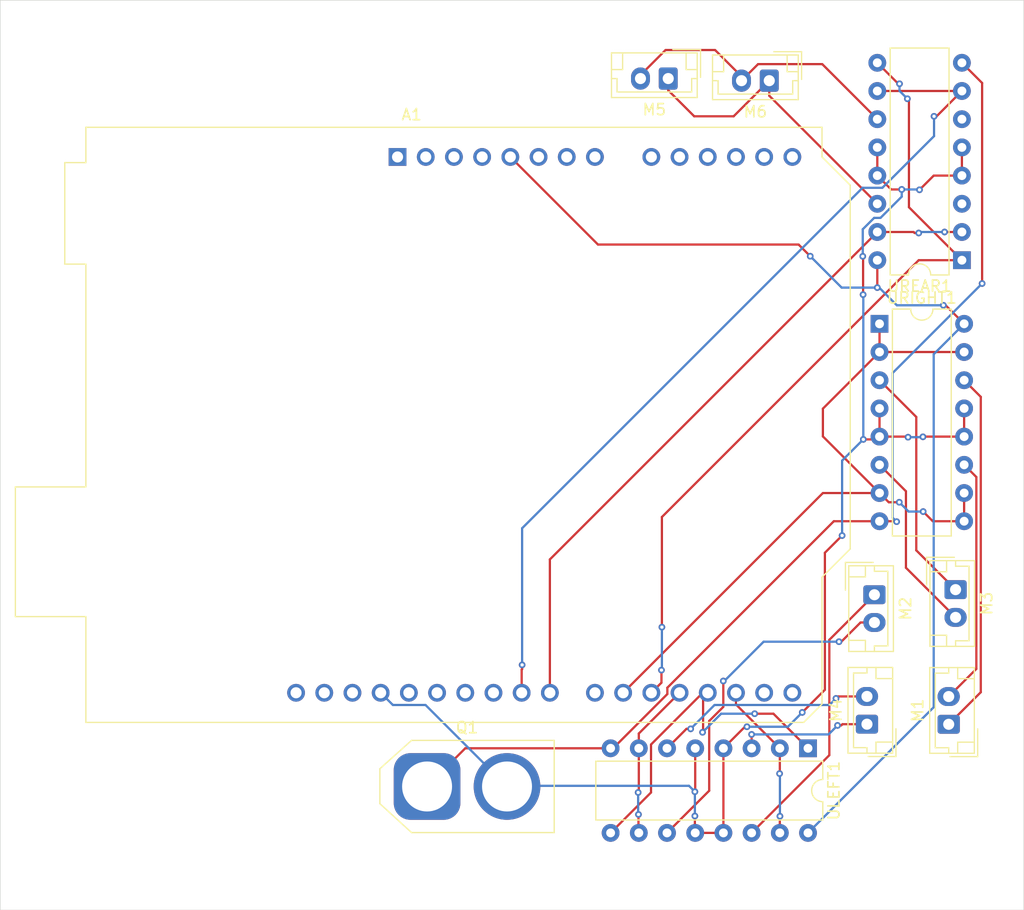
<source format=kicad_pcb>
(kicad_pcb (version 20240108) (generator "pcbnew") (generator_version "8.0")
  (layers (0 "F.Cu" signal) (31 "B.Cu" signal) (34 "B.Paste" user) (35 "F.Paste" user) (36 "B.SilkS" user "B.Silkscreen") (37 "F.SilkS" user "F.Silkscreen") (38 "B.Mask" user) (39 "F.Mask" user) (44 "Edge.Cuts" user))
  (net 0 "")
  (net 5 "D2")
  (net 7 "D8")
  (net 9 "D3")
  (net 10 "D9")
  (net 14 "D4")
  (net 15 "D11")
  (net 16 "D6")
  (net 17 "D12")
  (net 24 "5V")
  (net 26 "D5")
  (net 27 "GND")
  (net 33 "3Y")
  (net 34 "4Y")
  (net 35 "4YL")
  (net 36 "3YL")
  (net 37 "1Y")
  (net 38 "2Y")
  (net 39 "1YL")
  (net 40 "2YL")
  (net 41 "3YR")
  (net 42 "4YR")
  (net 43 "Battery")
  (footprint "Connector_JST:JST_EH_B2B-EH-A_1x02_P2.50mm_Vertical" (layer "F.Cu") (at 177.26 111.88 90)
    (property "Reference" "M1" (at 1.25 -2.8 270) (layer "F.SilkS"))
    (property "Value" "Motor_DC")
    (fp_line (start 5.11 -1.71) (end -2.61 -1.71) (stroke (width 0.12)) (layer "F.SilkS"))
    (fp_line (start -2.61 -1.71) (end -2.61 2.31) (stroke (width 0.12)) (layer "F.SilkS"))
    (fp_line (start 4.61 -1.21) (end 4.61 0) (stroke (width 0.12)) (layer "F.SilkS"))
    (fp_line (start -2.11 -1.21) (end 4.61 -1.21) (stroke (width 0.12)) (layer "F.SilkS"))
    (fp_line (start 4.61 0) (end 5.11 0) (stroke (width 0.12)) (layer "F.SilkS"))
    (fp_line (start -2.11 0) (end -2.11 -1.21) (stroke (width 0.12)) (layer "F.SilkS"))
    (fp_line (start -2.61 0) (end -2.11 0) (stroke (width 0.12)) (layer "F.SilkS"))
    (fp_line (start -2.91 0.11) (end -2.91 2.61) (stroke (width 0.12)) (layer "F.SilkS"))
    (fp_line (start 5.11 0.81) (end 4.11 0.81) (stroke (width 0.12)) (layer "F.SilkS"))
    (fp_line (start 4.11 0.81) (end 4.11 2.31) (stroke (width 0.12)) (layer "F.SilkS"))
    (fp_line (start -1.61 0.81) (end -1.61 2.31) (stroke (width 0.12)) (layer "F.SilkS"))
    (fp_line (start -2.61 0.81) (end -1.61 0.81) (stroke (width 0.12)) (layer "F.SilkS"))
    (fp_line (start 5.11 2.31) (end 5.11 -1.71) (stroke (width 0.12)) (layer "F.SilkS"))
    (fp_line (start -2.61 2.31) (end 5.11 2.31) (stroke (width 0.12)) (layer "F.SilkS"))
    (fp_line (start -2.91 2.61) (end -0.41 2.61) (stroke (width 0.12)) (layer "F.SilkS"))
    (pad "1" thru_hole roundrect (at 0 0 90) (size 1.7 2) (drill 1) (layers "*.Cu" "*.Mask") (roundrect_rratio 0.147059) (net 34 "4Y"))
    (pad "2" thru_hole oval (at 2.5 0 90) (size 1.7 2) (drill 1) (layers "*.Cu" "*.Mask") (net 33 "3Y"))
  )
  (footprint "Connector_JST:JST_EH_B2B-EH-A_1x02_P2.50mm_Vertical" (layer "F.Cu") (at 177.88 99.75 -90)
    (property "Reference" "M3" (at 1.25 -2.8 90) (layer "F.SilkS"))
    (property "Value" "Motor_DC")
    (fp_line (start -2.91 2.61) (end -0.41 2.61) (stroke (width 0.12)) (layer "F.SilkS"))
    (fp_line (start -2.61 2.31) (end 5.11 2.31) (stroke (width 0.12)) (layer "F.SilkS"))
    (fp_line (start 5.11 2.31) (end 5.11 -1.71) (stroke (width 0.12)) (layer "F.SilkS"))
    (fp_line (start -2.61 0.81) (end -1.61 0.81) (stroke (width 0.12)) (layer "F.SilkS"))
    (fp_line (start -1.61 0.81) (end -1.61 2.31) (stroke (width 0.12)) (layer "F.SilkS"))
    (fp_line (start 4.11 0.81) (end 4.11 2.31) (stroke (width 0.12)) (layer "F.SilkS"))
    (fp_line (start 5.11 0.81) (end 4.11 0.81) (stroke (width 0.12)) (layer "F.SilkS"))
    (fp_line (start -2.91 0.11) (end -2.91 2.61) (stroke (width 0.12)) (layer "F.SilkS"))
    (fp_line (start -2.61 0) (end -2.11 0) (stroke (width 0.12)) (layer "F.SilkS"))
    (fp_line (start -2.11 0) (end -2.11 -1.21) (stroke (width 0.12)) (layer "F.SilkS"))
    (fp_line (start 4.61 0) (end 5.11 0) (stroke (width 0.12)) (layer "F.SilkS"))
    (fp_line (start -2.11 -1.21) (end 4.61 -1.21) (stroke (width 0.12)) (layer "F.SilkS"))
    (fp_line (start 4.61 -1.21) (end 4.61 0) (stroke (width 0.12)) (layer "F.SilkS"))
    (fp_line (start -2.61 -1.71) (end -2.61 2.31) (stroke (width 0.12)) (layer "F.SilkS"))
    (fp_line (start 5.11 -1.71) (end -2.61 -1.71) (stroke (width 0.12)) (layer "F.SilkS"))
    (pad "1" thru_hole roundrect (at 0 0 270) (size 1.7 2) (drill 1) (layers "*.Cu" "*.Mask") (roundrect_rratio 0.147059) (net 37 "1Y"))
    (pad "2" thru_hole oval (at 2.5 0 270) (size 1.7 2) (drill 1) (layers "*.Cu" "*.Mask") (net 38 "2Y"))
  )
  (footprint "Package_DIP:DIP-16_W7.62mm" (layer "F.Cu") (at 164.59 114.04 -90)
    (property "Reference" "ULEFT1" (at 3.81 -2.33 90) (layer "F.SilkS"))
    (property "Value" "L293D")
    (fp_line (start 1.16 19.11) (end 6.46 19.11) (stroke (width 0.12)) (layer "F.SilkS"))
    (fp_line (start 6.46 19.11) (end 6.46 -1.33) (stroke (width 0.12)) (layer "F.SilkS"))
    (fp_line (start 1.16 -1.33) (end 1.16 19.11) (stroke (width 0.12)) (layer "F.SilkS"))
    (fp_line (start 2.81 -1.33) (end 1.16 -1.33) (stroke (width 0.12)) (layer "F.SilkS"))
    (fp_line (start 6.46 -1.33) (end 4.81 -1.33) (stroke (width 0.12)) (layer "F.SilkS"))
    (fp_arc (start 4.81 -1.33) (mid 3.81 -0.33) (end 2.81 -1.33) (stroke (width 0.12)) (layer "F.SilkS"))
    (pad "1" thru_hole rect (at 0 0 270) (size 1.6 1.6) (drill 0.8) (layers "*.Cu" "*.Mask") (net 9 "D3"))
    (pad "2" thru_hole oval (at 0 2.54 270) (size 1.6 1.6) (drill 0.8) (layers "*.Cu" "*.Mask") (net 5 "D2"))
    (pad "3" thru_hole oval (at 0 5.08 270) (size 1.6 1.6) (drill 0.8) (layers "*.Cu" "*.Mask") (net 39 "1YL"))
    (pad "4" thru_hole oval (at 0 7.62 270) (size 1.6 1.6) (drill 0.8) (layers "*.Cu" "*.Mask") (net 27 "GND"))
    (pad "5" thru_hole oval (at 0 10.16 270) (size 1.6 1.6) (drill 0.8) (layers "*.Cu" "*.Mask") (net 27 "GND"))
    (pad "6" thru_hole oval (at 0 12.7 270) (size 1.6 1.6) (drill 0.8) (layers "*.Cu" "*.Mask") (net 40 "2YL"))
    (pad "7" thru_hole oval (at 0 15.24 270) (size 1.6 1.6) (drill 0.8) (layers "*.Cu" "*.Mask") (net 14 "D4"))
    (pad "8" thru_hole oval (at 0 17.78 270) (size 1.6 1.6) (drill 0.8) (layers "*.Cu" "*.Mask") (net 43 "Battery"))
    (pad "9" thru_hole oval (at 7.62 17.78 270) (size 1.6 1.6) (drill 0.8) (layers "*.Cu" "*.Mask") (net 9 "D3"))
    (pad "10" thru_hole oval (at 7.62 15.24 270) (size 1.6 1.6) (drill 0.8) (layers "*.Cu" "*.Mask") (net 14 "D4"))
    (pad "11" thru_hole oval (at 7.62 12.7 270) (size 1.6 1.6) (drill 0.8) (layers "*.Cu" "*.Mask") (net 36 "3YL"))
    (pad "12" thru_hole oval (at 7.62 10.16 270) (size 1.6 1.6) (drill 0.8) (layers "*.Cu" "*.Mask") (net 27 "GND"))
    (pad "13" thru_hole oval (at 7.62 7.62 270) (size 1.6 1.6) (drill 0.8) (layers "*.Cu" "*.Mask") (net 27 "GND"))
    (pad "14" thru_hole oval (at 7.62 5.08 270) (size 1.6 1.6) (drill 0.8) (layers "*.Cu" "*.Mask") (net 35 "4YL"))
    (pad "15" thru_hole oval (at 7.62 2.54 270) (size 1.6 1.6) (drill 0.8) (layers "*.Cu" "*.Mask") (net 5 "D2"))
    (pad "16" thru_hole oval (at 7.62 0 270) (size 1.6 1.6) (drill 0.8) (layers "*.Cu" "*.Mask") (net 24 "5V"))
  )
  (footprint "Connector_JST:JST_EH_B2B-EH-A_1x02_P2.50mm_Vertical" (layer "F.Cu") (at 169.9 111.87 90)
    (property "Reference" "M4" (at 1.25 -2.8 270) (layer "F.SilkS"))
    (property "Value" "Motor_DC")
    (fp_line (start 5.11 -1.71) (end -2.61 -1.71) (stroke (width 0.12)) (layer "F.SilkS"))
    (fp_line (start -2.61 -1.71) (end -2.61 2.31) (stroke (width 0.12)) (layer "F.SilkS"))
    (fp_line (start 4.61 -1.21) (end 4.61 0) (stroke (width 0.12)) (layer "F.SilkS"))
    (fp_line (start -2.11 -1.21) (end 4.61 -1.21) (stroke (width 0.12)) (layer "F.SilkS"))
    (fp_line (start 4.61 0) (end 5.11 0) (stroke (width 0.12)) (layer "F.SilkS"))
    (fp_line (start -2.11 0) (end -2.11 -1.21) (stroke (width 0.12)) (layer "F.SilkS"))
    (fp_line (start -2.61 0) (end -2.11 0) (stroke (width 0.12)) (layer "F.SilkS"))
    (fp_line (start -2.91 0.11) (end -2.91 2.61) (stroke (width 0.12)) (layer "F.SilkS"))
    (fp_line (start 5.11 0.81) (end 4.11 0.81) (stroke (width 0.12)) (layer "F.SilkS"))
    (fp_line (start 4.11 0.81) (end 4.11 2.31) (stroke (width 0.12)) (layer "F.SilkS"))
    (fp_line (start -1.61 0.81) (end -1.61 2.31) (stroke (width 0.12)) (layer "F.SilkS"))
    (fp_line (start -2.61 0.81) (end -1.61 0.81) (stroke (width 0.12)) (layer "F.SilkS"))
    (fp_line (start 5.11 2.31) (end 5.11 -1.71) (stroke (width 0.12)) (layer "F.SilkS"))
    (fp_line (start -2.61 2.31) (end 5.11 2.31) (stroke (width 0.12)) (layer "F.SilkS"))
    (fp_line (start -2.91 2.61) (end -0.41 2.61) (stroke (width 0.12)) (layer "F.SilkS"))
    (pad "1" thru_hole roundrect (at 0 0 90) (size 1.7 2) (drill 1) (layers "*.Cu" "*.Mask") (roundrect_rratio 0.147059) (net 39 "1YL"))
    (pad "2" thru_hole oval (at 2.5 0 90) (size 1.7 2) (drill 1) (layers "*.Cu" "*.Mask") (net 40 "2YL"))
  )
  (footprint "Connector_JST:JST_EH_B2B-EH-A_1x02_P2.50mm_Vertical" (layer "F.Cu") (at 161.1 53.91 180)
    (property "Reference" "M6" (at 1.25 -2.8 180) (layer "F.SilkS"))
    (property "Value" "Motor_DC")
    (fp_line (start 5.11 2.31) (end 5.11 -1.71) (stroke (width 0.12)) (layer "F.SilkS"))
    (fp_line (start 5.11 0.81) (end 4.11 0.81) (stroke (width 0.12)) (layer "F.SilkS"))
    (fp_line (start 5.11 -1.71) (end -2.61 -1.71) (stroke (width 0.12)) (layer "F.SilkS"))
    (fp_line (start 4.61 0) (end 5.11 0) (stroke (width 0.12)) (layer "F.SilkS"))
    (fp_line (start 4.61 -1.21) (end 4.61 0) (stroke (width 0.12)) (layer "F.SilkS"))
    (fp_line (start 4.11 0.81) (end 4.11 2.31) (stroke (width 0.12)) (layer "F.SilkS"))
    (fp_line (start -1.61 0.81) (end -1.61 2.31) (stroke (width 0.12)) (layer "F.SilkS"))
    (fp_line (start -2.11 0) (end -2.11 -1.21) (stroke (width 0.12)) (layer "F.SilkS"))
    (fp_line (start -2.11 -1.21) (end 4.61 -1.21) (stroke (width 0.12)) (layer "F.SilkS"))
    (fp_line (start -2.61 2.31) (end 5.11 2.31) (stroke (width 0.12)) (layer "F.SilkS"))
    (fp_line (start -2.61 0.81) (end -1.61 0.81) (stroke (width 0.12)) (layer "F.SilkS"))
    (fp_line (start -2.61 0) (end -2.11 0) (stroke (width 0.12)) (layer "F.SilkS"))
    (fp_line (start -2.61 -1.71) (end -2.61 2.31) (stroke (width 0.12)) (layer "F.SilkS"))
    (fp_line (start -2.91 2.61) (end -0.41 2.61) (stroke (width 0.12)) (layer "F.SilkS"))
    (fp_line (start -2.91 0.11) (end -2.91 2.61) (stroke (width 0.12)) (layer "F.SilkS"))
    (pad "1" thru_hole roundrect (at 0 0 180) (size 1.7 2) (drill 1) (layers "*.Cu" "*.Mask") (roundrect_rratio 0.147059) (net 42 "4YR"))
    (pad "2" thru_hole oval (at 2.5 0 180) (size 1.7 2) (drill 1) (layers "*.Cu" "*.Mask") (net 41 "3YR"))
  )
  (footprint "Module:Arduino_UNO_R3" (layer "F.Cu") (at 127.62 60.78)
    (property "Reference" "A1" (at 1.27 -3.81 180) (layer "F.SilkS"))
    (property "Value" "Arduino_UNO_R3")
    (fp_line (start -34.42 29.72) (end -34.42 41.4) (stroke (width 0.12)) (layer "F.SilkS"))
    (fp_line (start -34.42 41.4) (end -28.07 41.4) (stroke (width 0.12)) (layer "F.SilkS"))
    (fp_line (start -29.97 0.51) (end -29.97 9.65) (stroke (width 0.12)) (layer "F.SilkS"))
    (fp_line (start -29.97 9.65) (end -28.07 9.65) (stroke (width 0.12)) (layer "F.SilkS"))
    (fp_line (start -28.07 -2.67) (end -28.07 0.51) (stroke (width 0.12)) (layer "F.SilkS"))
    (fp_line (start -28.07 0.51) (end -29.97 0.51) (stroke (width 0.12)) (layer "F.SilkS"))
    (fp_line (start -28.07 9.65) (end -28.07 29.72) (stroke (width 0.12)) (layer "F.SilkS"))
    (fp_line (start -28.07 29.72) (end -34.42 29.72) (stroke (width 0.12)) (layer "F.SilkS"))
    (fp_line (start -28.07 41.4) (end -28.07 50.93) (stroke (width 0.12)) (layer "F.SilkS"))
    (fp_line (start -28.07 50.93) (end 36.58 50.93) (stroke (width 0.12)) (layer "F.SilkS"))
    (fp_line (start 36.58 50.93) (end 38.23 49.28) (stroke (width 0.12)) (layer "F.SilkS"))
    (fp_line (start 38.23 -2.67) (end -28.07 -2.67) (stroke (width 0.12)) (layer "F.SilkS"))
    (fp_line (start 38.23 0) (end 38.23 -2.67) (stroke (width 0.12)) (layer "F.SilkS"))
    (fp_line (start 38.23 37.85) (end 40.77 35.31) (stroke (width 0.12)) (layer "F.SilkS"))
    (fp_line (start 38.23 49.28) (end 38.23 37.85) (stroke (width 0.12)) (layer "F.SilkS"))
    (fp_line (start 40.77 2.54) (end 38.23 0) (stroke (width 0.12)) (layer "F.SilkS"))
    (fp_line (start 40.77 35.31) (end 40.77 2.54) (stroke (width 0.12)) (layer "F.SilkS"))
    (pad "1" thru_hole rect (at 0 0 90) (size 1.6 1.6) (drill 1) (layers "*.Cu" "*.Mask"))
    (pad "2" thru_hole oval (at 2.54 0 90) (size 1.6 1.6) (drill 1) (layers "*.Cu" "*.Mask"))
    (pad "3" thru_hole oval (at 5.08 0 90) (size 1.6 1.6) (drill 1) (layers "*.Cu" "*.Mask"))
    (pad "4" thru_hole oval (at 7.62 0 90) (size 1.6 1.6) (drill 1) (layers "*.Cu" "*.Mask"))
    (pad "5" thru_hole oval (at 10.16 0 90) (size 1.6 1.6) (drill 1) (layers "*.Cu" "*.Mask") (net 24 "5V"))
    (pad "6" thru_hole oval (at 12.7 0 90) (size 1.6 1.6) (drill 1) (layers "*.Cu" "*.Mask"))
    (pad "7" thru_hole oval (at 15.24 0 90) (size 1.6 1.6) (drill 1) (layers "*.Cu" "*.Mask"))
    (pad "8" thru_hole oval (at 17.78 0 90) (size 1.6 1.6) (drill 1) (layers "*.Cu" "*.Mask"))
    (pad "9" thru_hole oval (at 22.86 0 90) (size 1.6 1.6) (drill 1) (layers "*.Cu" "*.Mask"))
    (pad "10" thru_hole oval (at 25.4 0 90) (size 1.6 1.6) (drill 1) (layers "*.Cu" "*.Mask"))
    (pad "11" thru_hole oval (at 27.94 0 90) (size 1.6 1.6) (drill 1) (layers "*.Cu" "*.Mask"))
    (pad "12" thru_hole oval (at 30.48 0 90) (size 1.6 1.6) (drill 1) (layers "*.Cu" "*.Mask"))
    (pad "13" thru_hole oval (at 33.02 0 90) (size 1.6 1.6) (drill 1) (layers "*.Cu" "*.Mask"))
    (pad "14" thru_hole oval (at 35.56 0 90) (size 1.6 1.6) (drill 1) (layers "*.Cu" "*.Mask"))
    (pad "15" thru_hole oval (at 35.56 48.26 90) (size 1.6 1.6) (drill 1) (layers "*.Cu" "*.Mask"))
    (pad "16" thru_hole oval (at 33.02 48.26 90) (size 1.6 1.6) (drill 1) (layers "*.Cu" "*.Mask"))
    (pad "17" thru_hole oval (at 30.48 48.26 90) (size 1.6 1.6) (drill 1) (layers "*.Cu" "*.Mask") (net 5 "D2"))
    (pad "18" thru_hole oval (at 27.94 48.26 90) (size 1.6 1.6) (drill 1) (layers "*.Cu" "*.Mask") (net 9 "D3"))
    (pad "19" thru_hole oval (at 25.4 48.26 90) (size 1.6 1.6) (drill 1) (layers "*.Cu" "*.Mask") (net 14 "D4"))
    (pad "20" thru_hole oval (at 22.86 48.26 90) (size 1.6 1.6) (drill 1) (layers "*.Cu" "*.Mask") (net 26 "D5"))
    (pad "21" thru_hole oval (at 20.32 48.26 90) (size 1.6 1.6) (drill 1) (layers "*.Cu" "*.Mask") (net 16 "D6"))
    (pad "22" thru_hole oval (at 17.78 48.26 90) (size 1.6 1.6) (drill 1) (layers "*.Cu" "*.Mask"))
    (pad "23" thru_hole oval (at 13.72 48.26 90) (size 1.6 1.6) (drill 1) (layers "*.Cu" "*.Mask") (net 7 "D8"))
    (pad "24" thru_hole oval (at 11.18 48.26 90) (size 1.6 1.6) (drill 1) (layers "*.Cu" "*.Mask") (net 10 "D9"))
    (pad "25" thru_hole oval (at 8.64 48.26 90) (size 1.6 1.6) (drill 1) (layers "*.Cu" "*.Mask"))
    (pad "26" thru_hole oval (at 6.1 48.26 90) (size 1.6 1.6) (drill 1) (layers "*.Cu" "*.Mask") (net 15 "D11"))
    (pad "27" thru_hole oval (at 3.56 48.26 90) (size 1.6 1.6) (drill 1) (layers "*.Cu" "*.Mask") (net 17 "D12"))
    (pad "28" thru_hole oval (at 1.02 48.26 90) (size 1.6 1.6) (drill 1) (layers "*.Cu" "*.Mask"))
    (pad "29" thru_hole oval (at -1.52 48.26 90) (size 1.6 1.6) (drill 1) (layers "*.Cu" "*.Mask") (net 27 "GND"))
    (pad "30" thru_hole oval (at -4.06 48.26 90) (size 1.6 1.6) (drill 1) (layers "*.Cu" "*.Mask"))
    (pad "31" thru_hole oval (at -6.6 48.26 90) (size 1.6 1.6) (drill 1) (layers "*.Cu" "*.Mask"))
    (pad "32" thru_hole oval (at -9.14 48.26 90) (size 1.6 1.6) (drill 1) (layers "*.Cu" "*.Mask"))
  )
  (footprint "Connector_AMASS:AMASS_XT60-M_1x02_P7.20mm_Vertical" (layer "F.Cu") (at 130.28 117.48)
    (property "Reference" "Q1" (at 3.6 -5.3 180) (layer "F.SilkS"))
    (property "Value" "XT60_YELLOW")
    (fp_line (start -4.25 -1.6) (end -4.25 1.55) (stroke (width 0.12)) (layer "F.SilkS"))
    (fp_line (start -4.25 1.55) (end -1.4 4.15) (stroke (width 0.12)) (layer "F.SilkS"))
    (fp_line (start -1.4 -4.15) (end -4.25 -1.6) (stroke (width 0.12)) (layer "F.SilkS"))
    (fp_line (start -1.4 4.15) (end 11.45 4.15) (stroke (width 0.12)) (layer "F.SilkS"))
    (fp_line (start 11.45 -4.15) (end -1.4 -4.15) (stroke (width 0.12)) (layer "F.SilkS"))
    (fp_line (start 11.45 4.15) (end 11.45 -4.15) (stroke (width 0.12)) (layer "F.SilkS"))
    (pad "1" thru_hole roundrect (at 0 0) (size 6 6) (drill 4.5) (layers "*.Cu" "*.Mask") (net 43 "Battery"))
    (pad "2" thru_hole circle (at 7.2 0) (size 6 6) (drill 4.5) (layers "*.Cu" "*.Mask") (net 27 "GND"))
  )
  (footprint "Connector_JST:JST_EH_B2B-EH-A_1x02_P2.50mm_Vertical" (layer "F.Cu") (at 152 53.72 180)
    (property "Reference" "M5" (at 1.25 -2.8 180) (layer "F.SilkS"))
    (property "Value" "Motor_DC")
    (fp_line (start 5.11 2.31) (end 5.11 -1.71) (stroke (width 0.12)) (layer "F.SilkS"))
    (fp_line (start 5.11 0.81) (end 4.11 0.81) (stroke (width 0.12)) (layer "F.SilkS"))
    (fp_line (start 5.11 -1.71) (end -2.61 -1.71) (stroke (width 0.12)) (layer "F.SilkS"))
    (fp_line (start 4.61 0) (end 5.11 0) (stroke (width 0.12)) (layer "F.SilkS"))
    (fp_line (start 4.61 -1.21) (end 4.61 0) (stroke (width 0.12)) (layer "F.SilkS"))
    (fp_line (start 4.11 0.81) (end 4.11 2.31) (stroke (width 0.12)) (layer "F.SilkS"))
    (fp_line (start -1.61 0.81) (end -1.61 2.31) (stroke (width 0.12)) (layer "F.SilkS"))
    (fp_line (start -2.11 0) (end -2.11 -1.21) (stroke (width 0.12)) (layer "F.SilkS"))
    (fp_line (start -2.11 -1.21) (end 4.61 -1.21) (stroke (width 0.12)) (layer "F.SilkS"))
    (fp_line (start -2.61 2.31) (end 5.11 2.31) (stroke (width 0.12)) (layer "F.SilkS"))
    (fp_line (start -2.61 0.81) (end -1.61 0.81) (stroke (width 0.12)) (layer "F.SilkS"))
    (fp_line (start -2.61 0) (end -2.11 0) (stroke (width 0.12)) (layer "F.SilkS"))
    (fp_line (start -2.61 -1.71) (end -2.61 2.31) (stroke (width 0.12)) (layer "F.SilkS"))
    (fp_line (start -2.91 2.61) (end -0.41 2.61) (stroke (width 0.12)) (layer "F.SilkS"))
    (fp_line (start -2.91 0.11) (end -2.91 2.61) (stroke (width 0.12)) (layer "F.SilkS"))
    (pad "1" thru_hole roundrect (at 0 0 180) (size 1.7 2) (drill 1) (layers "*.Cu" "*.Mask") (roundrect_rratio 0.147059) (net 42 "4YR"))
    (pad "2" thru_hole oval (at 2.5 0 180) (size 1.7 2) (drill 1) (layers "*.Cu" "*.Mask") (net 41 "3YR"))
  )
  (footprint "Package_DIP:DIP-16_W7.62mm" (layer "F.Cu") (at 178.45 70.08 180)
    (property "Reference" "UREAR1" (at 3.81 -2.33 180) (layer "F.SilkS"))
    (property "Value" "L293D")
    (fp_line (start 6.46 19.11) (end 6.46 -1.33) (stroke (width 0.12)) (layer "F.SilkS"))
    (fp_line (start 6.46 -1.33) (end 4.81 -1.33) (stroke (width 0.12)) (layer "F.SilkS"))
    (fp_line (start 2.81 -1.33) (end 1.16 -1.33) (stroke (width 0.12)) (layer "F.SilkS"))
    (fp_line (start 1.16 19.11) (end 6.46 19.11) (stroke (width 0.12)) (layer "F.SilkS"))
    (fp_line (start 1.16 -1.33) (end 1.16 19.11) (stroke (width 0.12)) (layer "F.SilkS"))
    (fp_arc (start 4.81 -1.33) (mid 3.81 -0.33) (end 2.81 -1.33) (stroke (width 0.12)) (layer "F.SilkS"))
    (pad "1" thru_hole rect (at 0 0 180) (size 1.6 1.6) (drill 0.8) (layers "*.Cu" "*.Mask") (net 26 "D5"))
    (pad "2" thru_hole oval (at 0 2.54 180) (size 1.6 1.6) (drill 0.8) (layers "*.Cu" "*.Mask") (net 7 "D8"))
    (pad "3" thru_hole oval (at 0 5.08 180) (size 1.6 1.6) (drill 0.8) (layers "*.Cu" "*.Mask"))
    (pad "4" thru_hole oval (at 0 7.62 180) (size 1.6 1.6) (drill 0.8) (layers "*.Cu" "*.Mask") (net 27 "GND"))
    (pad "5" thru_hole oval (at 0 10.16 180) (size 1.6 1.6) (drill 0.8) (layers "*.Cu" "*.Mask") (net 27 "GND"))
    (pad "6" thru_hole oval (at 0 12.7 180) (size 1.6 1.6) (drill 0.8) (layers "*.Cu" "*.Mask"))
    (pad "7" thru_hole oval (at 0 15.24 180) (size 1.6 1.6) (drill 0.8) (layers "*.Cu" "*.Mask") (net 10 "D9"))
    (pad "8" thru_hole oval (at 0 17.78 180) (size 1.6 1.6) (drill 0.8) (layers "*.Cu" "*.Mask") (net 43 "Battery"))
    (pad "9" thru_hole oval (at 7.62 17.78 180) (size 1.6 1.6) (drill 0.8) (layers "*.Cu" "*.Mask") (net 26 "D5"))
    (pad "10" thru_hole oval (at 7.62 15.24 180) (size 1.6 1.6) (drill 0.8) (layers "*.Cu" "*.Mask") (net 10 "D9"))
    (pad "11" thru_hole oval (at 7.62 12.7 180) (size 1.6 1.6) (drill 0.8) (layers "*.Cu" "*.Mask") (net 41 "3YR"))
    (pad "12" thru_hole oval (at 7.62 10.16 180) (size 1.6 1.6) (drill 0.8) (layers "*.Cu" "*.Mask") (net 27 "GND"))
    (pad "13" thru_hole oval (at 7.62 7.62 180) (size 1.6 1.6) (drill 0.8) (layers "*.Cu" "*.Mask") (net 27 "GND"))
    (pad "14" thru_hole oval (at 7.62 5.08 180) (size 1.6 1.6) (drill 0.8) (layers "*.Cu" "*.Mask") (net 42 "4YR"))
    (pad "15" thru_hole oval (at 7.62 2.54 180) (size 1.6 1.6) (drill 0.8) (layers "*.Cu" "*.Mask") (net 7 "D8"))
    (pad "16" thru_hole oval (at 7.62 0 180) (size 1.6 1.6) (drill 0.8) (layers "*.Cu" "*.Mask") (net 24 "5V"))
  )
  (footprint "Connector_JST:JST_EH_B2B-EH-A_1x02_P2.50mm_Vertical" (layer "F.Cu") (at 170.57 100.21 -90)
    (property "Reference" "M2" (at 1.25 -2.8 90) (layer "F.SilkS"))
    (property "Value" "Motor_DC")
    (fp_line (start -2.91 2.61) (end -0.41 2.61) (stroke (width 0.12)) (layer "F.SilkS"))
    (fp_line (start -2.61 2.31) (end 5.11 2.31) (stroke (width 0.12)) (layer "F.SilkS"))
    (fp_line (start 5.11 2.31) (end 5.11 -1.71) (stroke (width 0.12)) (layer "F.SilkS"))
    (fp_line (start -2.61 0.81) (end -1.61 0.81) (stroke (width 0.12)) (layer "F.SilkS"))
    (fp_line (start -1.61 0.81) (end -1.61 2.31) (stroke (width 0.12)) (layer "F.SilkS"))
    (fp_line (start 4.11 0.81) (end 4.11 2.31) (stroke (width 0.12)) (layer "F.SilkS"))
    (fp_line (start 5.11 0.81) (end 4.11 0.81) (stroke (width 0.12)) (layer "F.SilkS"))
    (fp_line (start -2.91 0.11) (end -2.91 2.61) (stroke (width 0.12)) (layer "F.SilkS"))
    (fp_line (start -2.61 0) (end -2.11 0) (stroke (width 0.12)) (layer "F.SilkS"))
    (fp_line (start -2.11 0) (end -2.11 -1.21) (stroke (width 0.12)) (layer "F.SilkS"))
    (fp_line (start 4.61 0) (end 5.11 0) (stroke (width 0.12)) (layer "F.SilkS"))
    (fp_line (start -2.11 -1.21) (end 4.61 -1.21) (stroke (width 0.12)) (layer "F.SilkS"))
    (fp_line (start 4.61 -1.21) (end 4.61 0) (stroke (width 0.12)) (layer "F.SilkS"))
    (fp_line (start -2.61 -1.71) (end -2.61 2.31) (stroke (width 0.12)) (layer "F.SilkS"))
    (fp_line (start 5.11 -1.71) (end -2.61 -1.71) (stroke (width 0.12)) (layer "F.SilkS"))
    (pad "1" thru_hole roundrect (at 0 0 270) (size 1.7 2) (drill 1) (layers "*.Cu" "*.Mask") (roundrect_rratio 0.147059) (net 35 "4YL"))
    (pad "2" thru_hole oval (at 2.5 0 270) (size 1.7 2) (drill 1) (layers "*.Cu" "*.Mask") (net 36 "3YL"))
  )
  (footprint "Package_DIP:DIP-16_W7.62mm" (layer "F.Cu") (at 171.03 75.81)
    (property "Reference" "URIGHT1" (at 3.81 -2.33 0) (layer "F.SilkS"))
    (property "Value" "L293D")
    (fp_line (start 1.16 -1.33) (end 1.16 19.11) (stroke (width 0.12)) (layer "F.SilkS"))
    (fp_line (start 1.16 19.11) (end 6.46 19.11) (stroke (width 0.12)) (layer "F.SilkS"))
    (fp_line (start 2.81 -1.33) (end 1.16 -1.33) (stroke (width 0.12)) (layer "F.SilkS"))
    (fp_line (start 6.46 -1.33) (end 4.81 -1.33) (stroke (width 0.12)) (layer "F.SilkS"))
    (fp_line (start 6.46 19.11) (end 6.46 -1.33) (stroke (width 0.12)) (layer "F.SilkS"))
    (fp_arc (start 4.81 -1.33) (mid 3.81 -0.33) (end 2.81 -1.33) (stroke (width 0.12)) (layer "F.SilkS"))
    (pad "1" thru_hole rect (at 0 0) (size 1.6 1.6) (drill 0.8) (layers "*.Cu" "*.Mask") (net 16 "D6"))
    (pad "2" thru_hole oval (at 0 2.54) (size 1.6 1.6) (drill 0.8) (layers "*.Cu" "*.Mask") (net 16 "D6"))
    (pad "3" thru_hole oval (at 0 5.08) (size 1.6 1.6) (drill 0.8) (layers "*.Cu" "*.Mask") (net 37 "1Y"))
    (pad "4" thru_hole oval (at 0 7.62) (size 1.6 1.6) (drill 0.8) (layers "*.Cu" "*.Mask") (net 27 "GND"))
    (pad "5" thru_hole oval (at 0 10.16) (size 1.6 1.6) (drill 0.8) (layers "*.Cu" "*.Mask") (net 27 "GND"))
    (pad "6" thru_hole oval (at 0 12.7) (size 1.6 1.6) (drill 0.8) (layers "*.Cu" "*.Mask") (net 38 "2Y"))
    (pad "7" thru_hole oval (at 0 15.24) (size 1.6 1.6) (drill 0.8) (layers "*.Cu" "*.Mask") (net 16 "D6"))
    (pad "8" thru_hole oval (at 0 17.78) (size 1.6 1.6) (drill 0.8) (layers "*.Cu" "*.Mask") (net 43 "Battery"))
    (pad "9" thru_hole oval (at 7.62 17.78) (size 1.6 1.6) (drill 0.8) (layers "*.Cu" "*.Mask") (net 16 "D6"))
    (pad "10" thru_hole oval (at 7.62 15.24) (size 1.6 1.6) (drill 0.8) (layers "*.Cu" "*.Mask") (net 16 "D6"))
    (pad "11" thru_hole oval (at 7.62 12.7) (size 1.6 1.6) (drill 0.8) (layers "*.Cu" "*.Mask") (net 33 "3Y"))
    (pad "12" thru_hole oval (at 7.62 10.16) (size 1.6 1.6) (drill 0.8) (layers "*.Cu" "*.Mask") (net 27 "GND"))
    (pad "13" thru_hole oval (at 7.62 7.62) (size 1.6 1.6) (drill 0.8) (layers "*.Cu" "*.Mask") (net 27 "GND"))
    (pad "14" thru_hole oval (at 7.62 5.08) (size 1.6 1.6) (drill 0.8) (layers "*.Cu" "*.Mask") (net 34 "4Y"))
    (pad "15" thru_hole oval (at 7.62 2.54) (size 1.6 1.6) (drill 0.8) (layers "*.Cu" "*.Mask") (net 16 "D6"))
    (pad "16" thru_hole oval (at 7.62 0) (size 1.6 1.6) (drill 0.8) (layers "*.Cu" "*.Mask") (net 24 "5V"))
  )
  (gr_rect (start 91.84 46.67) (end 184.02 128.61) (stroke (width 0.05)) (fill none) (layer "Edge.Cuts"))
  (segment (start 162.03 116.32) (end 162.05 116.3) (width 0.2) (layer "F.Cu") (net 5))
  (segment (start 162.05 114.04) (end 158.1 110.09) (width 0.2) (layer "F.Cu") (net 5))
  (segment (start 158.1 110.09) (end 158.1 109.04) (width 0.2) (layer "F.Cu") (net 5))
  (segment (start 162.05 121.66) (end 162.05 120.17) (width 0.2) (layer "F.Cu") (net 5))
  (segment (start 162.05 116.3) (end 162.05 114.04) (width 0.2) (layer "F.Cu") (net 5))
  (segment (start 162.05 120.17) (end 162.06 120.16) (width 0.2) (layer "F.Cu") (net 5))
  (via (at 162.03 116.32) (size 0.6) (drill 0.3) (layers "F.Cu" "B.Cu") (net 5))
  (via (at 162.06 120.16) (size 0.6) (drill 0.3) (layers "F.Cu" "B.Cu") (net 5))
  (segment (start 162.06 116.35) (end 162.03 116.32) (width 0.2) (layer "B.Cu") (net 5))
  (segment (start 162.06 120.16) (end 162.06 116.35) (width 0.2) (layer "B.Cu") (net 5))
  (segment (start 174.19 67.63) (end 174.1 67.54) (width 0.2) (layer "F.Cu") (net 7))
  (segment (start 141.34 97.03) (end 141.34 109.04) (width 0.2) (layer "F.Cu") (net 7))
  (segment (start 174.56 67.63) (end 174.19 67.63) (width 0.2) (layer "F.Cu") (net 7))
  (segment (start 170.83 67.54) (end 141.34 97.03) (width 0.2) (layer "F.Cu") (net 7))
  (segment (start 178.45 67.54) (end 176.89 67.54) (width 0.2) (layer "F.Cu") (net 7))
  (segment (start 174.1 67.54) (end 170.83 67.54) (width 0.2) (layer "F.Cu") (net 7))
  (via (at 174.56 67.63) (size 0.6) (drill 0.3) (layers "F.Cu" "B.Cu") (net 7))
  (via (at 176.89 67.54) (size 0.6) (drill 0.3) (layers "F.Cu" "B.Cu") (net 7))
  (segment (start 174.65 67.54) (end 174.56 67.63) (width 0.2) (layer "B.Cu") (net 7))
  (segment (start 176.89 67.54) (end 174.65 67.54) (width 0.2) (layer "B.Cu") (net 7))
  (segment (start 161.475735 110.925735) (end 159.784265 110.925735) (width 0.2) (layer "F.Cu") (net 9))
  (segment (start 146.81 121.66) (end 150.45 118.02) (width 0.2) (layer "F.Cu") (net 9))
  (segment (start 155.11 109.04) (end 155.56 109.04) (width 0.2) (layer "F.Cu") (net 9))
  (segment (start 150.45 113.7) (end 155.11 109.04) (width 0.2) (layer "F.Cu") (net 9))
  (segment (start 155.09 112.6) (end 155.14 112.55) (width 0.2) (layer "F.Cu") (net 9))
  (segment (start 150.45 118.02) (end 150.45 113.7) (width 0.2) (layer "F.Cu") (net 9))
  (segment (start 155.14 109.46) (end 155.56 109.04) (width 0.2) (layer "F.Cu") (net 9))
  (segment (start 164.59 114.04) (end 161.475735 110.925735) (width 0.2) (layer "F.Cu") (net 9))
  (segment (start 155.14 112.55) (end 155.14 109.46) (width 0.2) (layer "F.Cu") (net 9))
  (via (at 155.09 112.6) (size 0.6) (drill 0.3) (layers "F.Cu" "B.Cu") (net 9))
  (via (at 159.784265 110.925735) (size 0.6) (drill 0.3) (layers "F.Cu" "B.Cu") (net 9))
  (segment (start 159.784265 110.925735) (end 156.764265 110.925735) (width 0.2) (layer "B.Cu") (net 9))
  (segment (start 156.764265 110.925735) (end 155.09 112.6) (width 0.2) (layer "B.Cu") (net 9))
  (segment (start 176.17 57.12) (end 175.94 57.12) (width 0.2) (layer "F.Cu") (net 10))
  (segment (start 138.8 106.95) (end 138.8 109.04) (width 0.2) (layer "F.Cu") (net 10))
  (segment (start 178.45 54.84) (end 176.17 57.12) (width 0.2) (layer "F.Cu") (net 10))
  (segment (start 138.84 106.91) (end 138.8 106.95) (width 0.2) (layer "F.Cu") (net 10))
  (segment (start 170.83 54.84) (end 178.45 54.84) (width 0.2) (layer "F.Cu") (net 10))
  (segment (start 138.84 106.53) (end 138.84 106.91) (width 0.2) (layer "F.Cu") (net 10))
  (via (at 175.94 57.12) (size 0.6) (drill 0.3) (layers "F.Cu" "B.Cu") (net 10))
  (via (at 138.84 106.53) (size 0.6) (drill 0.3) (layers "F.Cu" "B.Cu") (net 10))
  (segment (start 175.94 57.12) (end 175.94 58.905635) (width 0.2) (layer "B.Cu") (net 10))
  (segment (start 169.5 63.56) (end 138.84 94.22) (width 0.2) (layer "B.Cu") (net 10))
  (segment (start 175.94 58.905635) (end 171.285635 63.56) (width 0.2) (layer "B.Cu") (net 10))
  (segment (start 171.285635 63.56) (end 169.5 63.56) (width 0.2) (layer "B.Cu") (net 10))
  (segment (start 138.84 94.22) (end 138.84 106.53) (width 0.2) (layer "B.Cu") (net 10))
  (segment (start 149.35 117.96) (end 149.29 118.02) (width 0.2) (layer "F.Cu") (net 14))
  (segment (start 149.35 114.04) (end 149.35 112.71) (width 0.2) (layer "F.Cu") (net 14))
  (segment (start 149.319265 121.629265) (end 149.35 121.66) (width 0.2) (layer "F.Cu") (net 14))
  (segment (start 149.35 114.04) (end 149.35 117.96) (width 0.2) (layer "F.Cu") (net 14))
  (segment (start 149.319265 119.999265) (end 149.319265 121.629265) (width 0.2) (layer "F.Cu") (net 14))
  (segment (start 149.35 112.71) (end 153.02 109.04) (width 0.2) (layer "F.Cu") (net 14))
  (via (at 149.319265 119.999265) (size 0.6) (drill 0.3) (layers "F.Cu" "B.Cu") (net 14))
  (via (at 149.29 118.02) (size 0.6) (drill 0.3) (layers "F.Cu" "B.Cu") (net 14))
  (segment (start 149.29 118.02) (end 149.29 119.97) (width 0.2) (layer "B.Cu") (net 14))
  (segment (start 149.29 119.97) (end 149.319265 119.999265) (width 0.2) (layer "B.Cu") (net 14))
  (segment (start 178.65 91.05) (end 178.65 93.59) (width 0.2) (layer "F.Cu") (net 16))
  (segment (start 175.83 93.59) (end 174.96 92.72) (width 0.2) (layer "F.Cu") (net 16))
  (segment (start 178.65 78.35) (end 171.03 78.35) (width 0.2) (layer "F.Cu") (net 16))
  (segment (start 171.03 75.81) (end 171.03 78.35) (width 0.2) (layer "F.Cu") (net 16))
  (segment (start 171.03 78.35) (end 165.93 83.45) (width 0.2) (layer "F.Cu") (net 16))
  (segment (start 171.03 91.05) (end 165.93 85.95) (width 0.2) (layer "F.Cu") (net 16))
  (segment (start 172.81 91.88) (end 171.86 91.88) (width 0.2) (layer "F.Cu") (net 16))
  (segment (start 165.93 91.05) (end 171.03 91.05) (width 0.2) (layer "F.Cu") (net 16))
  (segment (start 178.65 93.59) (end 175.83 93.59) (width 0.2) (layer "F.Cu") (net 16))
  (segment (start 147.94 109.04) (end 165.93 91.05) (width 0.2) (layer "F.Cu") (net 16))
  (segment (start 171.86 91.88) (end 171.03 91.05) (width 0.2) (layer "F.Cu") (net 16))
  (segment (start 165.93 85.95) (end 165.93 83.45) (width 0.2) (layer "F.Cu") (net 16))
  (via (at 174.96 92.72) (size 0.6) (drill 0.3) (layers "F.Cu" "B.Cu") (net 16))
  (via (at 172.81 91.88) (size 0.6) (drill 0.3) (layers "F.Cu" "B.Cu") (net 16))
  (segment (start 173.65 92.72) (end 172.81 91.88) (width 0.2) (layer "B.Cu") (net 16))
  (segment (start 174.96 92.72) (end 173.65 92.72) (width 0.2) (layer "B.Cu") (net 16))
  (segment (start 145.67 68.67) (end 137.78 60.78) (width 0.2) (layer "F.Cu") (net 24))
  (segment (start 176.78 74.14) (end 176.98 74.14) (width 0.2) (layer "F.Cu") (net 24))
  (segment (start 163.74 68.67) (end 145.67 68.67) (width 0.2) (layer "F.Cu") (net 24))
  (segment (start 176.98 74.14) (end 178.65 75.81) (width 0.2) (layer "F.Cu") (net 24))
  (segment (start 170.83 70.08) (end 170.83 72.55) (width 0.2) (layer "F.Cu") (net 24))
  (segment (start 164.79 69.72) (end 163.74 68.67) (width 0.2) (layer "F.Cu") (net 24))
  (via (at 176.78 74.14) (size 0.6) (drill 0.3) (layers "F.Cu" "B.Cu") (net 24))
  (via (at 170.83 72.55) (size 0.6) (drill 0.3) (layers "F.Cu" "B.Cu") (net 24))
  (via (at 164.79 69.72) (size 0.6) (drill 0.3) (layers "F.Cu" "B.Cu") (net 24))
  (segment (start 170.83 72.55) (end 171 72.55) (width 0.2) (layer "B.Cu") (net 24))
  (segment (start 167.62 72.55) (end 164.79 69.72) (width 0.2) (layer "B.Cu") (net 24))
  (segment (start 170.83 72.55) (end 167.62 72.55) (width 0.2) (layer "B.Cu") (net 24))
  (segment (start 175.91 78.55) (end 178.65 75.81) (width 0.2) (layer "B.Cu") (net 24))
  (segment (start 172.59 74.14) (end 176.78 74.14) (width 0.2) (layer "B.Cu") (net 24))
  (segment (start 164.59 121.66) (end 175.91 110.34) (width 0.2) (layer "B.Cu") (net 24))
  (segment (start 171 72.55) (end 172.59 74.14) (width 0.2) (layer "B.Cu") (net 24))
  (segment (start 175.91 110.34) (end 175.91 78.55) (width 0.2) (layer "B.Cu") (net 24))
  (segment (start 151.43 93.21) (end 151.43 103.13) (width 0.2) (layer "F.Cu") (net 26))
  (segment (start 173.54 55.54) (end 173.68 55.68) (width 0.2) (layer "F.Cu") (net 26))
  (segment (start 173.68 65.31) (end 178.45 70.08) (width 0.2) (layer "F.Cu") (net 26))
  (segment (start 151.39 107) (end 151.39 108.13) (width 0.2) (layer "F.Cu") (net 26))
  (segment (start 173.68 55.68) (end 173.68 65.31) (width 0.2) (layer "F.Cu") (net 26))
  (segment (start 174.56 70.08) (end 151.43 93.21) (width 0.2) (layer "F.Cu") (net 26))
  (segment (start 151.39 108.13) (end 150.48 109.04) (width 0.2) (layer "F.Cu") (net 26))
  (segment (start 178.45 70.08) (end 174.56 70.08) (width 0.2) (layer "F.Cu") (net 26))
  (segment (start 172.72 54.19) (end 172.83 54.19) (width 0.2) (layer "F.Cu") (net 26))
  (segment (start 170.83 52.3) (end 172.72 54.19) (width 0.2) (layer "F.Cu") (net 26))
  (via (at 151.39 107) (size 0.6) (drill 0.3) (layers "F.Cu" "B.Cu") (net 26))
  (via (at 151.43 103.13) (size 0.6) (drill 0.3) (layers "F.Cu" "B.Cu") (net 26))
  (via (at 173.54 55.54) (size 0.6) (drill 0.3) (layers "F.Cu" "B.Cu") (net 26))
  (via (at 172.83 54.19) (size 0.6) (drill 0.3) (layers "F.Cu" "B.Cu") (net 26))
  (segment (start 172.83 54.83) (end 173.54 55.54) (width 0.2) (layer "B.Cu") (net 26))
  (segment (start 172.83 54.19) (end 172.83 54.83) (width 0.2) (layer "B.Cu") (net 26))
  (segment (start 151.43 106.96) (end 151.39 107) (width 0.2) (layer "B.Cu") (net 26))
  (segment (start 151.43 103.13) (end 151.43 106.96) (width 0.2) (layer "B.Cu") (net 26))
  (segment (start 173.55 85.97) (end 173.6 86.02) (width 0.2) (layer "F.Cu") (net 27))
  (segment (start 175.91 62.46) (end 178.45 62.46) (width 0.2) (layer "F.Cu") (net 27))
  (segment (start 166.11 108.77) (end 166.11 96.43) (width 0.2) (layer "F.Cu") (net 27))
  (segment (start 174.63 63.74) (end 175.91 62.46) (width 0.2) (layer "F.Cu") (net 27))
  (segment (start 174.96 85.97) (end 178.65 85.97) (width 0.2) (layer "F.Cu") (net 27))
  (segment (start 154.4 120.14) (end 154.4 121.63) (width 0.2) (layer "F.Cu") (net 27))
  (segment (start 154.43 117.92) (end 154.4 117.95) (width 0.2) (layer "F.Cu") (net 27))
  (segment (start 158.91 112.1) (end 159.09 112.1) (width 0.2) (layer "F.Cu") (net 27))
  (segment (start 156.97 114.04) (end 158.91 112.1) (width 0.2) (layer "F.Cu") (net 27))
  (segment (start 171.03 83.43) (end 171.03 85.97) (width 0.2) (layer "F.Cu") (net 27))
  (segment (start 171.03 85.97) (end 173.55 85.97) (width 0.2) (layer "F.Cu") (net 27))
  (segment (start 166.11 96.43) (end 167.66 94.88) (width 0.2) (layer "F.Cu") (net 27))
  (segment (start 164.07 110.81) (end 166.11 108.77) (width 0.2) (layer "F.Cu") (net 27))
  (segment (start 156.97 121.66) (end 156.97 114.04) (width 0.2) (layer "F.Cu") (net 27))
  (segment (start 172.08 63.71) (end 173.03 63.71) (width 0.2) (layer "F.Cu") (net 27))
  (segment (start 170.83 62.46) (end 172.08 63.71) (width 0.2) (layer "F.Cu") (net 27))
  (segment (start 178.45 59.92) (end 178.45 62.46) (width 0.2) (layer "F.Cu") (net 27))
  (segment (start 169.55 73.18) (end 169.55 69.76) (width 0.2) (layer "F.Cu") (net 27))
  (segment (start 154.43 121.66) (end 156.97 121.66) (width 0.2) (layer "F.Cu") (net 27))
  (segment (start 154.43 114.04) (end 154.43 117.92) (width 0.2) (layer "F.Cu") (net 27))
  (segment (start 154.4 121.63) (end 154.43 121.66) (width 0.2) (layer "F.Cu") (net 27))
  (segment (start 174.94 85.99) (end 174.96 85.97) (width 0.2) (layer "F.Cu") (net 27))
  (segment (start 178.65 83.43) (end 178.65 85.97) (width 0.2) (layer "F.Cu") (net 27))
  (segment (start 169.57 86.22) (end 170.78 86.22) (width 0.2) (layer "F.Cu") (net 27))
  (segment (start 169.55 69.76) (end 169.52 69.73) (width 0.2) (layer "F.Cu") (net 27))
  (segment (start 170.78 86.22) (end 171.03 85.97) (width 0.2) (layer "F.Cu") (net 27))
  (segment (start 170.83 59.92) (end 170.83 62.46) (width 0.2) (layer "F.Cu") (net 27))
  (via (at 164.07 110.81) (size 0.6) (drill 0.3) (layers "F.Cu" "B.Cu") (net 27))
  (via (at 174.63 63.74) (size 0.6) (drill 0.3) (layers "F.Cu" "B.Cu") (net 27))
  (via (at 173.03 63.71) (size 0.6) (drill 0.3) (layers "F.Cu" "B.Cu") (net 27))
  (via (at 154.4 117.95) (size 0.6) (drill 0.3) (layers "F.Cu" "B.Cu") (net 27))
  (via (at 169.57 86.22) (size 0.6) (drill 0.3) (layers "F.Cu" "B.Cu") (net 27))
  (via (at 174.94 85.99) (size 0.6) (drill 0.3) (layers "F.Cu" "B.Cu") (net 27))
  (via (at 173.03 63.71) (size 0.6) (drill 0.3) (layers "F.Cu" "B.Cu") (net 27))
  (via (at 169.52 69.73) (size 0.6) (drill 0.3) (layers "F.Cu" "B.Cu") (net 27))
  (via (at 159.09 112.1) (size 0.6) (drill 0.3) (layers "F.Cu" "B.Cu") (net 27))
  (via (at 154.4 120.14) (size 0.6) (drill 0.3) (layers "F.Cu" "B.Cu") (net 27))
  (via (at 169.55 73.18) (size 0.6) (drill 0.3) (layers "F.Cu" "B.Cu") (net 27))
  (via (at 173.6 86.02) (size 0.6) (drill 0.3) (layers "F.Cu" "B.Cu") (net 27))
  (via (at 167.66 94.88) (size 0.6) (drill 0.3) (layers "F.Cu" "B.Cu") (net 27))
  (segment (start 126.1 109.04) (end 127.2 110.14) (width 0.2) (layer "B.Cu") (net 27))
  (segment (start 169.57 86.22) (end 169.57 73.2) (width 0.2) (layer "B.Cu") (net 27))
  (segment (start 159.09 112.1) (end 162.78 112.1) (width 0.2) (layer "B.Cu") (net 27))
  (segment (start 173.6 86.02) (end 174.91 86.02) (width 0.2) (layer "B.Cu") (net 27))
  (segment (start 127.2 110.14) (end 130.14 110.14) (width 0.2) (layer "B.Cu") (net 27))
  (segment (start 167.66 88.13) (end 169.57 86.22) (width 0.2) (layer "B.Cu") (net 27))
  (segment (start 154.4 117.95) (end 153.87 117.42) (width 0.2) (layer "B.Cu") (net 27))
  (segment (start 130.14 110.14) (end 137.48 117.48) (width 0.2) (layer "B.Cu") (net 27))
  (segment (start 169.57 73.2) (end 169.55 73.18) (width 0.2) (layer "B.Cu") (net 27))
  (segment (start 169.52 69.73) (end 169.52 67.294365) (width 0.2) (layer "B.Cu") (net 27))
  (segment (start 154.4 117.95) (end 154.4 120.14) (width 0.2) (layer "B.Cu") (net 27))
  (segment (start 170.544878 66.269487) (end 171.116148 66.269487) (width 0.2) (layer "B.Cu") (net 27))
  (segment (start 173.03 64.355635) (end 173.03 63.71) (width 0.2) (layer "B.Cu") (net 27))
  (segment (start 174.91 86.02) (end 174.94 85.99) (width 0.2) (layer "B.Cu") (net 27))
  (segment (start 167.66 94.88) (end 167.66 88.13) (width 0.2) (layer "B.Cu") (net 27))
  (segment (start 171.116148 66.269487) (end 173.03 64.355635) (width 0.2) (layer "B.Cu") (net 27))
  (segment (start 169.52 67.294365) (end 170.544878 66.269487) (width 0.2) (layer "B.Cu") (net 27))
  (segment (start 174.6 63.71) (end 174.63 63.74) (width 0.2) (layer "B.Cu") (net 27))
  (segment (start 173.03 63.71) (end 174.6 63.71) (width 0.2) (layer "B.Cu") (net 27))
  (segment (start 137.54 117.42) (end 137.48 117.48) (width 0.2) (layer "B.Cu") (net 27))
  (segment (start 153.87 117.42) (end 137.54 117.42) (width 0.2) (layer "B.Cu") (net 27))
  (segment (start 162.78 112.1) (end 164.07 110.81) (width 0.2) (layer "B.Cu") (net 27))
  (segment (start 179.75 106.89) (end 179.75 89.61) (width 0.2) (layer "F.Cu") (net 33))
  (segment (start 179.75 89.61) (end 178.65 88.51) (width 0.2) (layer "F.Cu") (net 33))
  (segment (start 177.26 109.38) (end 179.75 106.89) (width 0.2) (layer "F.Cu") (net 33))
  (segment (start 177.26 111.88) (end 180.15 108.99) (width 0.2) (layer "F.Cu") (net 34))
  (segment (start 180.15 108.99) (end 180.15 82.39) (width 0.2) (layer "F.Cu") (net 34))
  (segment (start 180.15 82.39) (end 178.65 80.89) (width 0.2) (layer "F.Cu") (net 34))
  (segment (start 170.57 100.21) (end 166.51 104.27) (width 0.2) (layer "F.Cu") (net 35))
  (segment (start 166.51 104.27) (end 166.51 114.66) (width 0.2) (layer "F.Cu") (net 35))
  (segment (start 166.51 114.66) (end 159.51 121.66) (width 0.2) (layer "F.Cu") (net 35))
  (segment (start 167.59 104.44) (end 169.32 102.71) (width 0.2) (layer "F.Cu") (net 36))
  (segment (start 151.89 121.66) (end 155.69 117.86) (width 0.2) (layer "F.Cu") (net 36))
  (segment (start 155.69 117.86) (end 155.69 111.58) (width 0.2) (layer "F.Cu") (net 36))
  (segment (start 155.69 111.58) (end 156.96 110.31) (width 0.2) (layer "F.Cu") (net 36))
  (segment (start 156.96 110.31) (end 156.96 107.98) (width 0.2) (layer "F.Cu") (net 36))
  (segment (start 169.32 102.71) (end 170.57 102.71) (width 0.2) (layer "F.Cu") (net 36))
  (segment (start 167.38 104.44) (end 167.59 104.44) (width 0.2) (layer "F.Cu") (net 36))
  (via (at 167.38 104.44) (size 0.6) (drill 0.3) (layers "F.Cu" "B.Cu") (net 36))
  (via (at 156.96 107.98) (size 0.6) (drill 0.3) (layers "F.Cu" "B.Cu") (net 36))
  (segment (start 157.05 107.98) (end 160.59 104.44) (width 0.2) (layer "B.Cu") (net 36))
  (segment (start 156.96 107.98) (end 157.05 107.98) (width 0.2) (layer "B.Cu") (net 36))
  (segment (start 160.59 104.44) (end 167.38 104.44) (width 0.2) (layer "B.Cu") (net 36))
  (segment (start 177.88 99.75) (end 174.34 96.21) (width 0.2) (layer "F.Cu") (net 37))
  (segment (start 171.03 80.89) (end 174.34 84.2) (width 0.2) (layer "F.Cu") (net 37))
  (segment (start 174.34 96.21) (end 174.34 84.2) (width 0.2) (layer "F.Cu") (net 37))
  (segment (start 173.41 97.78) (end 173.41 90.89) (width 0.2) (layer "F.Cu") (net 38))
  (segment (start 177.88 102.25) (end 173.41 97.78) (width 0.2) (layer "F.Cu") (net 38))
  (segment (start 173.41 90.89) (end 171.03 88.51) (width 0.2) (layer "F.Cu") (net 38))
  (segment (start 167.25 111.98) (end 167.58 111.98) (width 0.2) (layer "F.Cu") (net 39))
  (segment (start 167.58 111.98) (end 167.69 111.87) (width 0.2) (layer "F.Cu") (net 39))
  (segment (start 159.51 114.04) (end 159.51 112.79) (width 0.2) (layer "F.Cu") (net 39))
  (segment (start 167.69 111.87) (end 169.9 111.87) (width 0.2) (layer "F.Cu") (net 39))
  (via (at 167.25 111.98) (size 0.6) (drill 0.3) (layers "F.Cu" "B.Cu") (net 39))
  (via (at 159.51 112.79) (size 0.6) (drill 0.3) (layers "F.Cu" "B.Cu") (net 39))
  (segment (start 166.44 112.79) (end 167.25 111.98) (width 0.2) (layer "B.Cu") (net 39))
  (segment (start 159.51 112.79) (end 166.44 112.79) (width 0.2) (layer "B.Cu") (net 39))
  (segment (start 153.64 112.29) (end 154.02 112.29) (width 0.2) (layer "F.Cu") (net 40))
  (segment (start 151.89 114.04) (end 153.64 112.29) (width 0.2) (layer "F.Cu") (net 40))
  (segment (start 167.11 109.55) (end 167.29 109.37) (width 0.2) (layer "F.Cu") (net 40))
  (segment (start 167.29 109.37) (end 169.9 109.37) (width 0.2) (layer "F.Cu") (net 40))
  (via (at 167.11 109.55) (size 0.6) (drill 0.3) (layers "F.Cu" "B.Cu") (net 40))
  (via (at 154.02 112.29) (size 0.6) (drill 0.3) (layers "F.Cu" "B.Cu") (net 40))
  (segment (start 166.52 110.14) (end 167.11 109.55) (width 0.2) (layer "B.Cu") (net 40))
  (segment (start 154.02 112.29) (end 156.17 110.14) (width 0.2) (layer "B.Cu") (net 40))
  (segment (start 156.17 110.14) (end 166.52 110.14) (width 0.2) (layer "B.Cu") (net 40))
  (segment (start 165.87 52.42) (end 160.09 52.42) (width 0.2) (layer "F.Cu") (net 41))
  (segment (start 158.6 53.53) (end 156.22 51.15) (width 0.2) (layer "F.Cu") (net 41))
  (segment (start 156.22 51.15) (end 151.76 51.15) (width 0.2) (layer "F.Cu") (net 41))
  (segment (start 160.09 52.42) (end 158.6 53.91) (width 0.2) (layer "F.Cu") (net 41))
  (segment (start 149.5 53.41) (end 149.5 53.72) (width 0.2) (layer "F.Cu") (net 41))
  (segment (start 158.6 53.91) (end 158.6 53.53) (width 0.2) (layer "F.Cu") (net 41))
  (segment (start 151.76 51.15) (end 149.5 53.41) (width 0.2) (layer "F.Cu") (net 41))
  (segment (start 170.83 57.38) (end 165.87 52.42) (width 0.2) (layer "F.Cu") (net 41))
  (segment (start 152 53.72) (end 152 54.78) (width 0.2) (layer "F.Cu") (net 42))
  (segment (start 157.89 57.12) (end 161.1 53.91) (width 0.2) (layer "F.Cu") (net 42))
  (segment (start 161.1 53.91) (end 161.1 55.27) (width 0.2) (layer "F.Cu") (net 42))
  (segment (start 154.34 57.12) (end 157.89 57.12) (width 0.2) (layer "F.Cu") (net 42))
  (segment (start 161.1 55.27) (end 170.83 65) (width 0.2) (layer "F.Cu") (net 42))
  (segment (start 152 54.78) (end 154.34 57.12) (width 0.2) (layer "F.Cu") (net 42))
  (segment (start 133.72 114.04) (end 146.81 114.04) (width 0.2) (layer "F.Cu") (net 43))
  (segment (start 180.27 72.18) (end 180.27 54.12) (width 0.2) (layer "F.Cu") (net 43))
  (segment (start 151.92 109.155635) (end 151.92 108.584365) (width 0.2) (layer "F.Cu") (net 43))
  (segment (start 172.53 93.59) (end 172.57 93.63) (width 0.2) (layer "F.Cu") (net 43))
  (segment (start 180.27 54.12) (end 178.45 52.3) (width 0.2) (layer "F.Cu") (net 43))
  (segment (start 147.035635 114.04) (end 151.92 109.155635) (width 0.2) (layer "F.Cu") (net 43))
  (segment (start 130.28 117.48) (end 133.72 114.04) (width 0.2) (layer "F.Cu") (net 43))
  (segment (start 166.914365 93.59) (end 171.03 93.59) (width 0.2) (layer "F.Cu") (net 43))
  (segment (start 151.92 108.584365) (end 166.914365 93.59) (width 0.2) (layer "F.Cu") (net 43))
  (segment (start 146.81 114.04) (end 147.035635 114.04) (width 0.2) (layer "F.Cu") (net 43))
  (segment (start 171.03 93.59) (end 172.53 93.59) (width 0.2) (layer "F.Cu") (net 43))
  (via (at 180.27 72.18) (size 0.6) (drill 0.3) (layers "F.Cu" "B.Cu") (net 43))
  (via (at 172.57 93.63) (size 0.6) (drill 0.3) (layers "F.Cu" "B.Cu") (net 43))
  (segment (start 172.57 93.63) (end 172.21 93.27) (width 0.2) (layer "B.Cu") (net 43))
  (segment (start 172.21 93.27) (end 172.21 80.24) (width 0.2) (layer "B.Cu") (net 43))
  (segment (start 172.21 80.24) (end 180.27 72.18) (width 0.2) (layer "B.Cu") (net 43))
)
</source>
